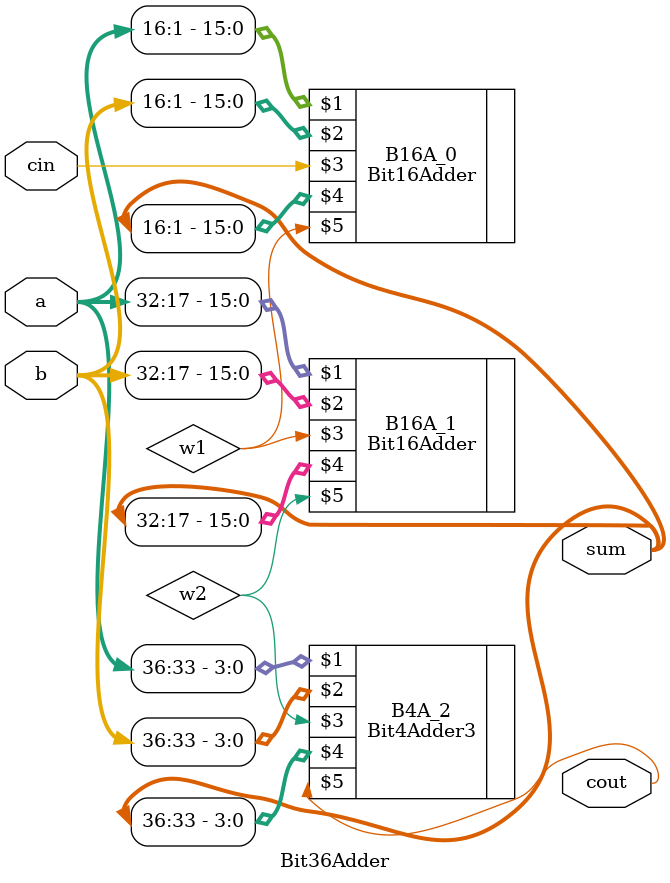
<source format=v>
`include "16BitAdder.v"
`include "4BitAdder3.v"

module Bit36Adder (a, b, cin, sum, cout);
input[36:1] a, b;
input cin;
output[36:1] sum;
output cout;

	wire w1, w2;

	Bit16Adder B16A_0(a[16:1], b[16:1], cin, sum[16:1], w1);
	Bit16Adder B16A_1(a[32:17], b[32:17], w1, sum[32:17], w2);
	Bit4Adder3  B4A_2 (a[36:33], b[36:33], w2, sum[36:33], cout);

endmodule

</source>
